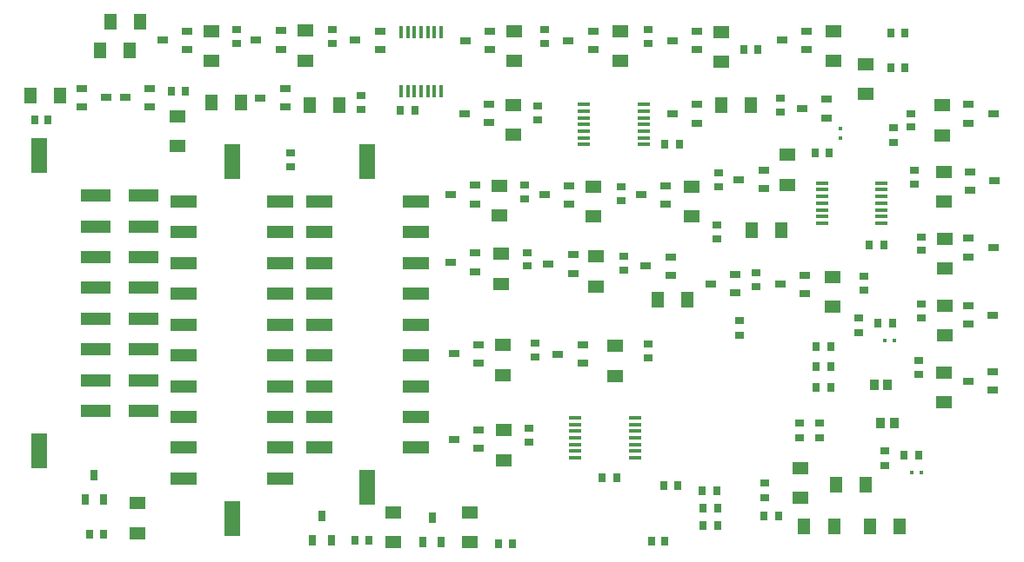
<source format=gbr>
G04 Layer_Color=128*
%FSLAX44Y44*%
%MOMM*%
%TF.FileFunction,Paste,Bot*%
%TF.Part,Single*%
G01*
G75*
%TA.AperFunction,SMDPad,CuDef*%
%ADD10R,1.6500X3.4300*%
%ADD11R,2.9200X1.2700*%
%ADD12R,2.5400X1.2700*%
%ADD13R,0.8000X0.9500*%
%ADD14R,1.6000X1.2000*%
%ADD15R,1.2000X1.6000*%
%ADD16R,0.6500X1.0000*%
%ADD17R,0.9500X0.8000*%
%ADD18R,0.3600X1.2600*%
%ADD19R,1.0000X0.6500*%
%ADD24R,0.7500X0.9500*%
%ADD27R,1.2600X0.3600*%
%ADD31R,0.9500X0.7500*%
%ADD44R,0.3250X0.4000*%
%ADD45R,0.4000X0.3250*%
%ADD46R,0.8400X1.0000*%
D10*
X307850Y358650D02*
D03*
Y646550D02*
D03*
X626950Y640800D02*
D03*
Y322900D02*
D03*
X495300Y640800D02*
D03*
Y292900D02*
D03*
D11*
X408850Y397600D02*
D03*
Y427600D02*
D03*
Y457600D02*
D03*
Y487600D02*
D03*
Y517600D02*
D03*
Y547600D02*
D03*
Y577600D02*
D03*
Y607600D02*
D03*
X362650Y397600D02*
D03*
Y427600D02*
D03*
Y457600D02*
D03*
Y487600D02*
D03*
Y517600D02*
D03*
Y547600D02*
D03*
Y577600D02*
D03*
Y607600D02*
D03*
D12*
X579950Y601850D02*
D03*
Y571850D02*
D03*
Y541850D02*
D03*
Y511850D02*
D03*
Y481850D02*
D03*
Y451850D02*
D03*
Y421850D02*
D03*
Y391850D02*
D03*
Y361850D02*
D03*
X673950Y601850D02*
D03*
Y571850D02*
D03*
Y541850D02*
D03*
Y511850D02*
D03*
Y481850D02*
D03*
Y451850D02*
D03*
Y421850D02*
D03*
Y391850D02*
D03*
Y361850D02*
D03*
X448300Y601850D02*
D03*
Y571850D02*
D03*
Y541850D02*
D03*
Y511850D02*
D03*
Y481850D02*
D03*
Y451850D02*
D03*
Y421850D02*
D03*
Y391850D02*
D03*
Y361850D02*
D03*
Y331850D02*
D03*
X542300Y601850D02*
D03*
Y571850D02*
D03*
Y541850D02*
D03*
Y511850D02*
D03*
Y481850D02*
D03*
Y451850D02*
D03*
Y421850D02*
D03*
Y391850D02*
D03*
Y361850D02*
D03*
Y331850D02*
D03*
D13*
X768500Y268250D02*
D03*
X755000D02*
D03*
X1150000Y765750D02*
D03*
X1136500D02*
D03*
X929000Y324750D02*
D03*
X915500D02*
D03*
X916750Y270750D02*
D03*
X903250D02*
D03*
X370000Y277250D02*
D03*
X356500D02*
D03*
X303000Y681500D02*
D03*
X316500D02*
D03*
X449750Y709500D02*
D03*
X436250D02*
D03*
X1007000Y750250D02*
D03*
X993500D02*
D03*
X1136500Y732250D02*
D03*
X1150000D02*
D03*
X1076750Y649250D02*
D03*
X1063250D02*
D03*
X628500Y271750D02*
D03*
X615000D02*
D03*
D14*
X652500Y298500D02*
D03*
Y269500D02*
D03*
X726500Y298500D02*
D03*
Y269500D02*
D03*
X567000Y739250D02*
D03*
Y768250D02*
D03*
X475500Y739000D02*
D03*
Y768000D02*
D03*
X442000Y656000D02*
D03*
Y685000D02*
D03*
X1048250Y342250D02*
D03*
Y313250D02*
D03*
X403500Y307750D02*
D03*
Y278750D02*
D03*
X971500Y738000D02*
D03*
Y767000D02*
D03*
X770000Y738750D02*
D03*
Y767750D02*
D03*
X873000Y738750D02*
D03*
Y767750D02*
D03*
X1081000Y739000D02*
D03*
Y768000D02*
D03*
X1186750Y695500D02*
D03*
Y666500D02*
D03*
X1112250Y735500D02*
D03*
Y706500D02*
D03*
X768750Y667000D02*
D03*
Y696000D02*
D03*
X755250Y588000D02*
D03*
Y617000D02*
D03*
X846750Y587500D02*
D03*
Y616500D02*
D03*
X942750Y587250D02*
D03*
Y616250D02*
D03*
X1036000Y647250D02*
D03*
Y618250D02*
D03*
X1188500Y630500D02*
D03*
Y601500D02*
D03*
X1188750Y565500D02*
D03*
Y536500D02*
D03*
X1189250Y500250D02*
D03*
Y471250D02*
D03*
X1188250Y435250D02*
D03*
Y406250D02*
D03*
X757500Y521750D02*
D03*
Y550750D02*
D03*
X849750Y519250D02*
D03*
Y548250D02*
D03*
X1079500Y499500D02*
D03*
Y528500D02*
D03*
X759000Y432750D02*
D03*
Y461750D02*
D03*
X867750Y432000D02*
D03*
Y461000D02*
D03*
X760000Y349750D02*
D03*
Y378750D02*
D03*
D15*
X504000Y698250D02*
D03*
X475000D02*
D03*
X571000Y696000D02*
D03*
X600000D02*
D03*
X1145000Y285250D02*
D03*
X1116000D02*
D03*
X1081250Y285500D02*
D03*
X1052250D02*
D03*
X1112000Y325750D02*
D03*
X1083000D02*
D03*
X406250Y777250D02*
D03*
X377250D02*
D03*
X395750Y749500D02*
D03*
X366750D02*
D03*
X299250Y704750D02*
D03*
X328250D02*
D03*
X1000000Y695750D02*
D03*
X971000D02*
D03*
X938250Y506250D02*
D03*
X909250D02*
D03*
X1029750Y574000D02*
D03*
X1000750D02*
D03*
D16*
X582750Y295250D02*
D03*
X573750Y271250D02*
D03*
X591750D02*
D03*
X370250Y311250D02*
D03*
X352250D02*
D03*
X361250Y335250D02*
D03*
X699000Y269750D02*
D03*
X681000D02*
D03*
X690000Y293750D02*
D03*
D17*
X552250Y635500D02*
D03*
Y649000D02*
D03*
X620500Y691750D02*
D03*
Y705250D02*
D03*
X593000Y756000D02*
D03*
Y769500D02*
D03*
X499500D02*
D03*
Y756000D02*
D03*
X784000Y380750D02*
D03*
Y367250D02*
D03*
X799250Y755750D02*
D03*
Y769250D02*
D03*
X900250Y755750D02*
D03*
Y769250D02*
D03*
X1156000Y674250D02*
D03*
Y687750D02*
D03*
X1028750Y689250D02*
D03*
Y702750D02*
D03*
X792750Y681500D02*
D03*
Y695000D02*
D03*
X780000Y604750D02*
D03*
Y618250D02*
D03*
X874250Y603000D02*
D03*
Y616500D02*
D03*
X1159250Y632500D02*
D03*
Y619000D02*
D03*
X1165750Y567500D02*
D03*
Y554000D02*
D03*
X1166000Y502250D02*
D03*
Y488750D02*
D03*
X1163500Y446750D02*
D03*
Y433250D02*
D03*
X782750Y538750D02*
D03*
Y552250D02*
D03*
X876750Y548500D02*
D03*
Y535000D02*
D03*
X967000Y579250D02*
D03*
Y565750D02*
D03*
X1005000Y532000D02*
D03*
Y518500D02*
D03*
X1110250Y515750D02*
D03*
Y529250D02*
D03*
X790250Y450250D02*
D03*
Y463750D02*
D03*
X900250Y449250D02*
D03*
Y462750D02*
D03*
X968500Y629500D02*
D03*
Y616000D02*
D03*
D18*
X698750Y709000D02*
D03*
X692250D02*
D03*
X685750D02*
D03*
X679250D02*
D03*
X672750D02*
D03*
X666250D02*
D03*
X659750D02*
D03*
X698750Y767000D02*
D03*
X692250D02*
D03*
X685750D02*
D03*
X679250D02*
D03*
X672750D02*
D03*
X666250D02*
D03*
X659750D02*
D03*
D19*
X547000Y711750D02*
D03*
Y693750D02*
D03*
X523000Y702750D02*
D03*
X615250Y759000D02*
D03*
X639250Y750000D02*
D03*
Y768000D02*
D03*
X542750Y768250D02*
D03*
Y750250D02*
D03*
X518750Y759250D02*
D03*
X427750Y759000D02*
D03*
X451750Y750000D02*
D03*
Y768000D02*
D03*
X735500Y379250D02*
D03*
Y361250D02*
D03*
X711500Y370250D02*
D03*
X372750Y703250D02*
D03*
X348750Y712250D02*
D03*
Y694250D02*
D03*
X415250Y712000D02*
D03*
Y694000D02*
D03*
X391250Y703000D02*
D03*
X924000Y758750D02*
D03*
X948000Y749750D02*
D03*
Y767750D02*
D03*
X722500Y758750D02*
D03*
X746500Y749750D02*
D03*
Y767750D02*
D03*
X846750D02*
D03*
Y749750D02*
D03*
X822750Y758750D02*
D03*
X1054750Y768000D02*
D03*
Y750000D02*
D03*
X1030750Y759000D02*
D03*
X948000Y696250D02*
D03*
Y678250D02*
D03*
X924000Y687250D02*
D03*
X1212000Y678250D02*
D03*
Y696250D02*
D03*
X1236000Y687250D02*
D03*
X1049750Y692500D02*
D03*
X1073750Y683500D02*
D03*
Y701500D02*
D03*
X721750Y687500D02*
D03*
X745750Y678500D02*
D03*
Y696500D02*
D03*
X708000Y608500D02*
D03*
X732000Y599500D02*
D03*
Y617500D02*
D03*
X823250Y617250D02*
D03*
Y599250D02*
D03*
X799250Y608250D02*
D03*
X893500D02*
D03*
X917500Y599250D02*
D03*
Y617250D02*
D03*
X1012500Y632250D02*
D03*
Y614250D02*
D03*
X988500Y623250D02*
D03*
X1237250Y621750D02*
D03*
X1213250Y630750D02*
D03*
Y612750D02*
D03*
X1212250Y548000D02*
D03*
Y566000D02*
D03*
X1236250Y557000D02*
D03*
X1235750Y491250D02*
D03*
X1211750Y500250D02*
D03*
Y482250D02*
D03*
X1235750Y435750D02*
D03*
Y417750D02*
D03*
X1211750Y426750D02*
D03*
X707750Y542500D02*
D03*
X731750Y533500D02*
D03*
Y551500D02*
D03*
X827250Y549750D02*
D03*
Y531750D02*
D03*
X803250Y540750D02*
D03*
X898000Y539000D02*
D03*
X922000Y530000D02*
D03*
Y548000D02*
D03*
X985000Y530500D02*
D03*
Y512500D02*
D03*
X961000Y521500D02*
D03*
X1028750Y521250D02*
D03*
X1052750Y512250D02*
D03*
Y530250D02*
D03*
X735250Y462250D02*
D03*
Y444250D02*
D03*
X711250Y453250D02*
D03*
X812500Y453000D02*
D03*
X836500Y444000D02*
D03*
Y462000D02*
D03*
D24*
X659250Y691000D02*
D03*
X673750D02*
D03*
X1138000Y483250D02*
D03*
X1123500D02*
D03*
X1163750Y354250D02*
D03*
X1149250D02*
D03*
X953250Y286250D02*
D03*
X967750D02*
D03*
X1027000Y295000D02*
D03*
X1012500D02*
D03*
X953000Y320250D02*
D03*
X967500D02*
D03*
X953250Y303250D02*
D03*
X967750D02*
D03*
X1078000Y441250D02*
D03*
X1063500D02*
D03*
X1078000Y460250D02*
D03*
X1063500D02*
D03*
X1063500Y420750D02*
D03*
X1078000D02*
D03*
X916000Y657500D02*
D03*
X930500D02*
D03*
X1130000Y559500D02*
D03*
X1115500D02*
D03*
X855000Y332750D02*
D03*
X869500D02*
D03*
D27*
X896000Y696500D02*
D03*
Y690000D02*
D03*
Y683500D02*
D03*
Y677000D02*
D03*
Y670500D02*
D03*
Y664000D02*
D03*
Y657500D02*
D03*
X838000Y696500D02*
D03*
Y690000D02*
D03*
Y683500D02*
D03*
Y677000D02*
D03*
Y670500D02*
D03*
Y664000D02*
D03*
Y657500D02*
D03*
X1127250Y619750D02*
D03*
Y613250D02*
D03*
Y606750D02*
D03*
Y600250D02*
D03*
Y593750D02*
D03*
Y587250D02*
D03*
Y580750D02*
D03*
X1069250Y619750D02*
D03*
Y613250D02*
D03*
Y606750D02*
D03*
Y600250D02*
D03*
Y593750D02*
D03*
Y587250D02*
D03*
Y580750D02*
D03*
X887250Y391000D02*
D03*
Y384500D02*
D03*
Y378000D02*
D03*
Y371500D02*
D03*
Y365000D02*
D03*
Y358500D02*
D03*
Y352000D02*
D03*
X829250Y391000D02*
D03*
Y384500D02*
D03*
Y378000D02*
D03*
Y371500D02*
D03*
Y365000D02*
D03*
Y358500D02*
D03*
Y352000D02*
D03*
D31*
X1139250Y673500D02*
D03*
Y659000D02*
D03*
X989250Y486000D02*
D03*
Y471500D02*
D03*
X1130750Y344500D02*
D03*
Y359000D02*
D03*
X1105000Y474000D02*
D03*
Y488500D02*
D03*
X1013500Y327250D02*
D03*
Y312750D02*
D03*
X1047750Y371250D02*
D03*
Y385750D02*
D03*
X1066750Y371250D02*
D03*
Y385750D02*
D03*
D44*
X1165875Y338000D02*
D03*
X1157125D02*
D03*
X1139625Y466500D02*
D03*
X1130875D02*
D03*
D45*
X1087500Y663875D02*
D03*
Y672625D02*
D03*
D46*
X1120050Y423250D02*
D03*
X1133450D02*
D03*
X1139950Y386250D02*
D03*
X1126550D02*
D03*
%TF.MD5,9d7d7ffc376f9d0836dcdc68ef50ac22*%
M02*

</source>
